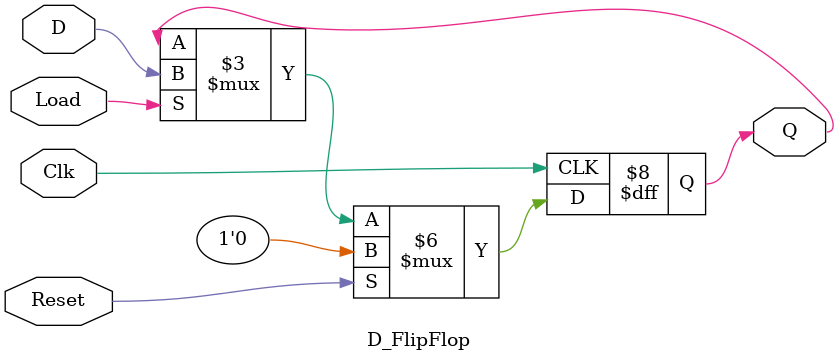
<source format=sv>
module D_FlipFlop(
    input logic Clk, Load, Reset,
    input logic D,
    output logic Q
);
    always_ff @ (posedge Clk) begin
        if (Reset) Q <= 1'b0;
        else if (Load) Q <= D;
        else Q <= Q;
    end
endmodule

</source>
